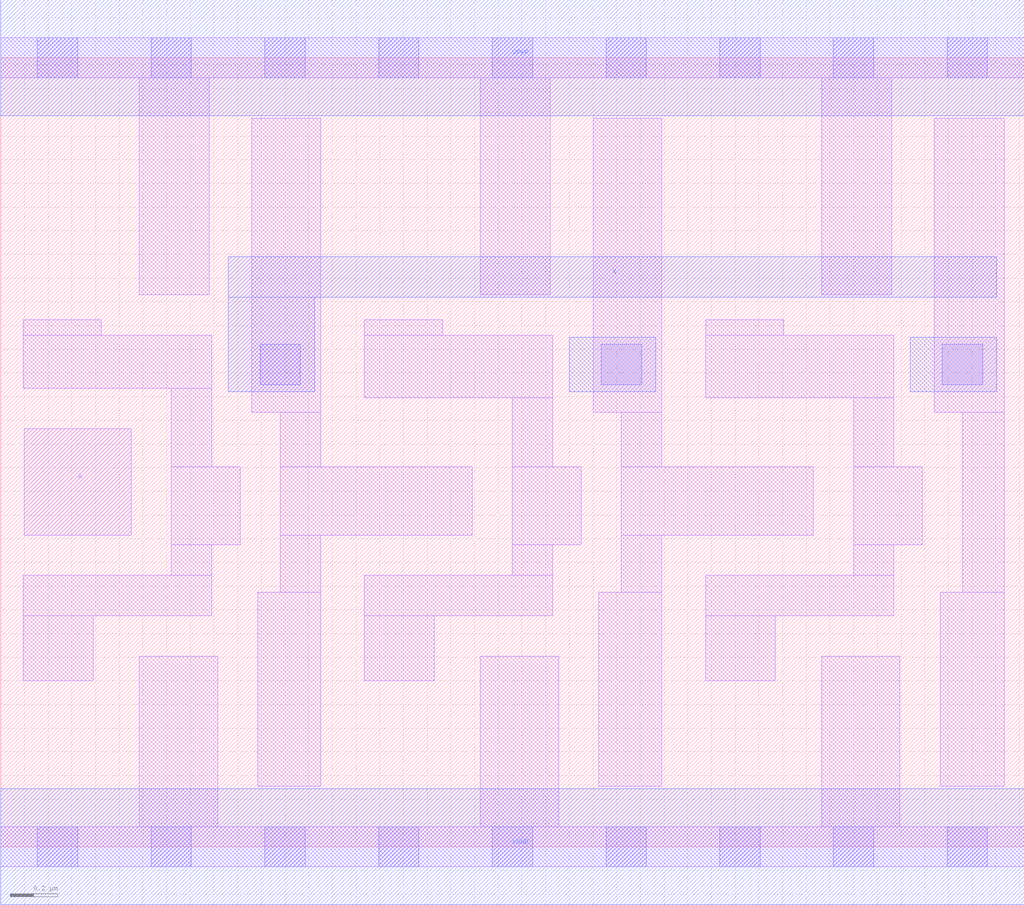
<source format=lef>
# Copyright 2020 The SkyWater PDK Authors
#
# Licensed under the Apache License, Version 2.0 (the "License");
# you may not use this file except in compliance with the License.
# You may obtain a copy of the License at
#
#     https://www.apache.org/licenses/LICENSE-2.0
#
# Unless required by applicable law or agreed to in writing, software
# distributed under the License is distributed on an "AS IS" BASIS,
# WITHOUT WARRANTIES OR CONDITIONS OF ANY KIND, either express or implied.
# See the License for the specific language governing permissions and
# limitations under the License.
#
# SPDX-License-Identifier: Apache-2.0

VERSION 5.7 ;
  NAMESCASESENSITIVE ON ;
  NOWIREEXTENSIONATPIN ON ;
  DIVIDERCHAR "/" ;
  BUSBITCHARS "[]" ;
UNITS
  DATABASE MICRONS 200 ;
END UNITS
MACRO sky130_fd_sc_lp__dlymetal6s2s_1
  CLASS CORE ;
  SOURCE USER ;
  FOREIGN sky130_fd_sc_lp__dlymetal6s2s_1 ;
  ORIGIN  0.000000  0.000000 ;
  SIZE  4.320000 BY  3.330000 ;
  SYMMETRY X Y R90 ;
  SITE unit ;
  PIN A
    ANTENNAGATEAREA  0.126000 ;
    DIRECTION INPUT ;
    USE SIGNAL ;
    PORT
      LAYER li1 ;
        RECT 0.100000 1.315000 0.550000 1.765000 ;
    END
  END A
  PIN X
    ANTENNADIFFAREA  0.556500 ;
    ANTENNAGATEAREA  0.126000 ;
    DIRECTION OUTPUT ;
    USE SIGNAL ;
    PORT
      LAYER met1 ;
        RECT 0.960000 1.920000 1.325000 2.320000 ;
        RECT 0.960000 2.320000 4.205000 2.490000 ;
    END
  END X
  PIN VGND
    DIRECTION INOUT ;
    USE GROUND ;
    PORT
      LAYER met1 ;
        RECT 0.000000 -0.245000 4.320000 0.245000 ;
    END
  END VGND
  PIN VPWR
    DIRECTION INOUT ;
    USE POWER ;
    PORT
      LAYER met1 ;
        RECT 0.000000 3.085000 4.320000 3.575000 ;
    END
  END VPWR
  OBS
    LAYER li1 ;
      RECT 0.000000 -0.085000 4.320000 0.085000 ;
      RECT 0.000000  3.245000 4.320000 3.415000 ;
      RECT 0.095000  0.700000 0.390000 0.975000 ;
      RECT 0.095000  0.975000 0.890000 1.145000 ;
      RECT 0.095000  1.935000 0.890000 2.160000 ;
      RECT 0.095000  2.160000 0.425000 2.225000 ;
      RECT 0.585000  0.085000 0.915000 0.805000 ;
      RECT 0.585000  2.330000 0.880000 3.245000 ;
      RECT 0.720000  1.145000 0.890000 1.275000 ;
      RECT 0.720000  1.275000 1.010000 1.605000 ;
      RECT 0.720000  1.605000 0.890000 1.935000 ;
      RECT 1.060000  1.835000 1.350000 3.075000 ;
      RECT 1.085000  0.255000 1.350000 1.075000 ;
      RECT 1.180000  1.075000 1.350000 1.315000 ;
      RECT 1.180000  1.315000 1.990000 1.605000 ;
      RECT 1.180000  1.605000 1.350000 1.835000 ;
      RECT 1.535000  0.700000 1.830000 0.975000 ;
      RECT 1.535000  0.975000 2.330000 1.145000 ;
      RECT 1.535000  1.895000 2.330000 2.160000 ;
      RECT 1.535000  2.160000 1.865000 2.225000 ;
      RECT 2.025000  0.085000 2.355000 0.805000 ;
      RECT 2.025000  2.330000 2.320000 3.245000 ;
      RECT 2.160000  1.145000 2.330000 1.275000 ;
      RECT 2.160000  1.275000 2.450000 1.605000 ;
      RECT 2.160000  1.605000 2.330000 1.895000 ;
      RECT 2.500000  1.835000 2.790000 3.075000 ;
      RECT 2.525000  0.255000 2.790000 1.075000 ;
      RECT 2.620000  1.075000 2.790000 1.315000 ;
      RECT 2.620000  1.315000 3.430000 1.605000 ;
      RECT 2.620000  1.605000 2.790000 1.835000 ;
      RECT 2.975000  0.700000 3.270000 0.975000 ;
      RECT 2.975000  0.975000 3.770000 1.145000 ;
      RECT 2.975000  1.895000 3.770000 2.160000 ;
      RECT 2.975000  2.160000 3.305000 2.225000 ;
      RECT 3.465000  0.085000 3.795000 0.805000 ;
      RECT 3.465000  2.330000 3.760000 3.245000 ;
      RECT 3.600000  1.145000 3.770000 1.275000 ;
      RECT 3.600000  1.275000 3.890000 1.605000 ;
      RECT 3.600000  1.605000 3.770000 1.895000 ;
      RECT 3.940000  1.835000 4.235000 3.075000 ;
      RECT 3.965000  0.255000 4.235000 1.075000 ;
      RECT 4.060000  1.075000 4.235000 1.835000 ;
    LAYER mcon ;
      RECT 0.155000 -0.085000 0.325000 0.085000 ;
      RECT 0.155000  3.245000 0.325000 3.415000 ;
      RECT 0.635000 -0.085000 0.805000 0.085000 ;
      RECT 0.635000  3.245000 0.805000 3.415000 ;
      RECT 1.095000  1.950000 1.265000 2.120000 ;
      RECT 1.115000 -0.085000 1.285000 0.085000 ;
      RECT 1.115000  3.245000 1.285000 3.415000 ;
      RECT 1.595000 -0.085000 1.765000 0.085000 ;
      RECT 1.595000  3.245000 1.765000 3.415000 ;
      RECT 2.075000 -0.085000 2.245000 0.085000 ;
      RECT 2.075000  3.245000 2.245000 3.415000 ;
      RECT 2.535000  1.950000 2.705000 2.120000 ;
      RECT 2.555000 -0.085000 2.725000 0.085000 ;
      RECT 2.555000  3.245000 2.725000 3.415000 ;
      RECT 3.035000 -0.085000 3.205000 0.085000 ;
      RECT 3.035000  3.245000 3.205000 3.415000 ;
      RECT 3.515000 -0.085000 3.685000 0.085000 ;
      RECT 3.515000  3.245000 3.685000 3.415000 ;
      RECT 3.975000  1.950000 4.145000 2.120000 ;
      RECT 3.995000 -0.085000 4.165000 0.085000 ;
      RECT 3.995000  3.245000 4.165000 3.415000 ;
    LAYER met1 ;
      RECT 2.400000 1.920000 2.765000 2.150000 ;
      RECT 3.840000 1.920000 4.205000 2.150000 ;
  END
END sky130_fd_sc_lp__dlymetal6s2s_1

</source>
